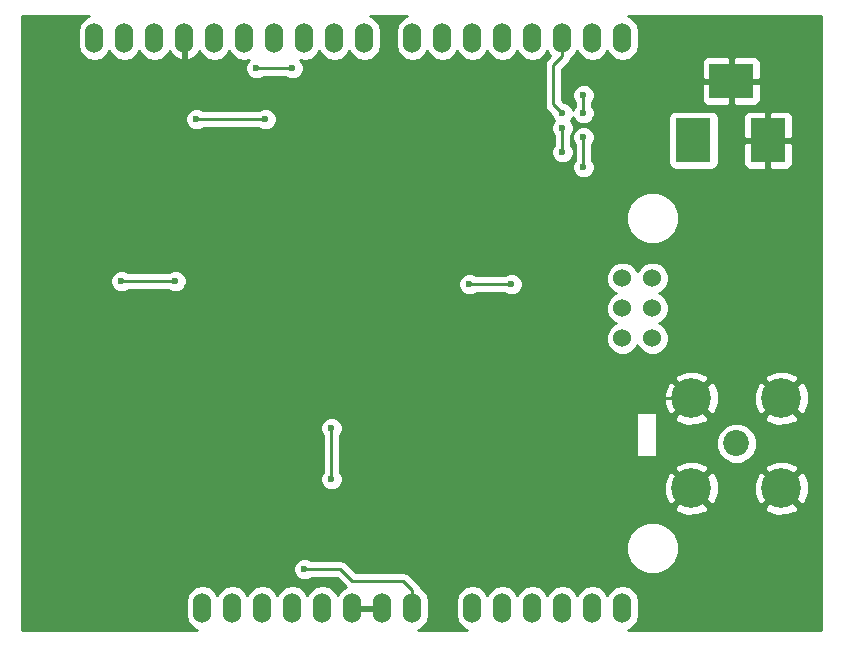
<source format=gbr>
G04 #@! TF.FileFunction,Copper,L2,Bot,Signal*
%FSLAX46Y46*%
G04 Gerber Fmt 4.6, Leading zero omitted, Abs format (unit mm)*
G04 Created by KiCad (PCBNEW 4.80~20160915-) date Sat Nov  5 18:07:46 2016*
%MOMM*%
%LPD*%
G01*
G04 APERTURE LIST*
%ADD10C,0.100000*%
%ADD11C,1.524000*%
%ADD12O,1.524000X2.540000*%
%ADD13C,0.600000*%
%ADD14R,3.000000X3.700000*%
%ADD15R,3.700000X3.000000*%
%ADD16C,2.190000*%
%ADD17C,3.360000*%
%ADD18C,0.250000*%
%ADD19C,0.254000*%
G04 APERTURE END LIST*
D10*
D11*
X168910000Y-101346000D03*
X166370000Y-101346000D03*
X168910000Y-98806000D03*
X166370000Y-98806000D03*
X168910000Y-96266000D03*
X166370000Y-96266000D03*
D12*
X130810000Y-124206000D03*
X133350000Y-124206000D03*
X121666000Y-75946000D03*
X124206000Y-75946000D03*
X140970000Y-124206000D03*
X126746000Y-75946000D03*
X129286000Y-75946000D03*
X131826000Y-75946000D03*
X134366000Y-75946000D03*
X136906000Y-75946000D03*
X139446000Y-75946000D03*
X141986000Y-75946000D03*
X144526000Y-75946000D03*
X148590000Y-75946000D03*
X151130000Y-75946000D03*
X153670000Y-75946000D03*
X156210000Y-75946000D03*
X158750000Y-75946000D03*
X161290000Y-75946000D03*
X163830000Y-75946000D03*
X166370000Y-75946000D03*
X135890000Y-124206000D03*
X138430000Y-124206000D03*
X143510000Y-124206000D03*
X146050000Y-124206000D03*
X148590000Y-124206000D03*
X158750000Y-124206000D03*
X156210000Y-124206000D03*
X153670000Y-124206000D03*
X161290000Y-124206000D03*
X163830000Y-124206000D03*
X166370000Y-124206000D03*
D13*
X123698000Y-107442000D03*
X123190000Y-103632000D03*
X123190000Y-100584000D03*
X124460000Y-91694000D03*
X124460000Y-87884000D03*
X161798000Y-105664000D03*
X157226000Y-114554000D03*
X162306000Y-118364000D03*
X162814000Y-115062000D03*
X155194000Y-107442000D03*
X150876000Y-112014000D03*
X154686000Y-112014000D03*
X152908000Y-108458000D03*
X150114000Y-108458000D03*
X147066000Y-108458000D03*
X143256000Y-114046000D03*
X146304000Y-113538000D03*
X137922000Y-101092000D03*
X137668000Y-103886000D03*
X140208000Y-107950000D03*
X137414000Y-107950000D03*
X137160000Y-114046000D03*
X133858000Y-113538000D03*
X133350000Y-108204000D03*
X133096000Y-104648000D03*
X132842000Y-101346000D03*
X133858000Y-87884000D03*
X131826000Y-87884000D03*
X129540000Y-87884000D03*
X127762000Y-86360000D03*
X128016000Y-82296000D03*
X130048000Y-80010000D03*
X143256000Y-77978000D03*
X143256000Y-80264000D03*
X142494000Y-83312000D03*
X139700000Y-84074000D03*
X136652000Y-84074000D03*
X136398000Y-87122000D03*
X136398000Y-90170000D03*
X136398000Y-93218000D03*
X133096000Y-95250000D03*
X169926000Y-108966000D03*
X166116000Y-108458000D03*
X162814000Y-112014000D03*
X165608000Y-112268000D03*
X167386000Y-112014000D03*
X169418000Y-112014000D03*
X158496000Y-109982000D03*
X166878000Y-106426000D03*
X159460000Y-90982000D03*
X157860000Y-90982000D03*
X156260000Y-90982000D03*
X154660000Y-90982000D03*
X153060000Y-90982000D03*
X151460000Y-90982000D03*
X149860000Y-90982000D03*
X159460000Y-89382000D03*
X157860000Y-89382000D03*
X156260000Y-89382000D03*
X154660000Y-89382000D03*
X153060000Y-89382000D03*
X151460000Y-89382000D03*
X149860000Y-89382000D03*
X159460000Y-87782000D03*
X157860000Y-87782000D03*
X156260000Y-87782000D03*
X154660000Y-87782000D03*
X153060000Y-87782000D03*
X151460000Y-87782000D03*
X149860000Y-87782000D03*
X159460000Y-86182000D03*
X157860000Y-86182000D03*
X156260000Y-86182000D03*
X154660000Y-86182000D03*
X153060000Y-86182000D03*
X151460000Y-86182000D03*
X149860000Y-86182000D03*
X159460000Y-84582000D03*
X157860000Y-84582000D03*
X156260000Y-84582000D03*
X154660000Y-84582000D03*
X153060000Y-84582000D03*
X151460000Y-84582000D03*
D14*
X172382000Y-84582000D03*
D15*
X175582000Y-79582000D03*
D14*
X178682000Y-84582000D03*
D16*
X176022000Y-110236000D03*
D17*
X172212000Y-106426000D03*
X179832000Y-106426000D03*
X179832000Y-114046000D03*
X172212000Y-114046000D03*
D13*
X149860000Y-84582000D03*
X163068000Y-80772000D03*
X163068000Y-82296000D03*
X163068000Y-84328000D03*
X163068000Y-86868000D03*
X128524000Y-96520000D03*
X123952000Y-96520000D03*
X141732000Y-108966000D03*
X141732000Y-113284000D03*
X139446000Y-120904000D03*
X161290000Y-82296000D03*
X161290000Y-83566000D03*
X161290000Y-85598000D03*
X156972000Y-96774000D03*
X153416000Y-96774000D03*
X136144000Y-82804000D03*
X130302000Y-82804000D03*
X138430000Y-78486000D03*
X135382000Y-78486000D03*
D18*
X166878000Y-106426000D02*
X162052000Y-106426000D01*
X162052000Y-106426000D02*
X158496000Y-109982000D01*
X172212000Y-106426000D02*
X166878000Y-106426000D01*
X163068000Y-82296000D02*
X163068000Y-80772000D01*
X163068000Y-86868000D02*
X163068000Y-84328000D01*
X123952000Y-96520000D02*
X128524000Y-96520000D01*
X141732000Y-113284000D02*
X141732000Y-108966000D01*
X148590000Y-122682000D02*
X148590000Y-124206000D01*
X147828000Y-121920000D02*
X148590000Y-122682000D01*
X143510000Y-121920000D02*
X147828000Y-121920000D01*
X142494000Y-120904000D02*
X143510000Y-121920000D01*
X139446000Y-120904000D02*
X142494000Y-120904000D01*
X161290000Y-77470000D02*
X161290000Y-75946000D01*
X160528000Y-78232000D02*
X161290000Y-77470000D01*
X160528000Y-81534000D02*
X160528000Y-78232000D01*
X161290000Y-82296000D02*
X160528000Y-81534000D01*
X161290000Y-85598000D02*
X161290000Y-83566000D01*
X153416000Y-96774000D02*
X156972000Y-96774000D01*
X130302000Y-82804000D02*
X136144000Y-82804000D01*
X135382000Y-78486000D02*
X138430000Y-78486000D01*
D19*
G36*
X121131391Y-74110019D02*
X120678172Y-74412851D01*
X120375340Y-74866070D01*
X120269000Y-75400679D01*
X120269000Y-76491321D01*
X120375340Y-77025930D01*
X120678172Y-77479149D01*
X121131391Y-77781981D01*
X121666000Y-77888321D01*
X122200609Y-77781981D01*
X122653828Y-77479149D01*
X122936000Y-77056850D01*
X123218172Y-77479149D01*
X123671391Y-77781981D01*
X124206000Y-77888321D01*
X124740609Y-77781981D01*
X125193828Y-77479149D01*
X125476000Y-77056850D01*
X125758172Y-77479149D01*
X126211391Y-77781981D01*
X126746000Y-77888321D01*
X127280609Y-77781981D01*
X127733828Y-77479149D01*
X128025330Y-77042887D01*
X128043941Y-77105941D01*
X128387974Y-77531630D01*
X128868723Y-77793260D01*
X128942930Y-77808220D01*
X129159000Y-77685720D01*
X129159000Y-76073000D01*
X129139000Y-76073000D01*
X129139000Y-75819000D01*
X129159000Y-75819000D01*
X129159000Y-75799000D01*
X129413000Y-75799000D01*
X129413000Y-75819000D01*
X129433000Y-75819000D01*
X129433000Y-76073000D01*
X129413000Y-76073000D01*
X129413000Y-77685720D01*
X129629070Y-77808220D01*
X129703277Y-77793260D01*
X130184026Y-77531630D01*
X130528059Y-77105941D01*
X130546670Y-77042887D01*
X130838172Y-77479149D01*
X131291391Y-77781981D01*
X131826000Y-77888321D01*
X132360609Y-77781981D01*
X132813828Y-77479149D01*
X133096000Y-77056850D01*
X133378172Y-77479149D01*
X133831391Y-77781981D01*
X134366000Y-77888321D01*
X134729760Y-77815965D01*
X134589808Y-77955673D01*
X134447162Y-78299201D01*
X134446838Y-78671167D01*
X134588883Y-79014943D01*
X134851673Y-79278192D01*
X135195201Y-79420838D01*
X135567167Y-79421162D01*
X135910943Y-79279117D01*
X135944118Y-79246000D01*
X137867537Y-79246000D01*
X137899673Y-79278192D01*
X138243201Y-79420838D01*
X138615167Y-79421162D01*
X138958943Y-79279117D01*
X139222192Y-79016327D01*
X139364838Y-78672799D01*
X139365162Y-78300833D01*
X139223117Y-77957057D01*
X139082279Y-77815973D01*
X139446000Y-77888321D01*
X139980609Y-77781981D01*
X140433828Y-77479149D01*
X140716000Y-77056850D01*
X140998172Y-77479149D01*
X141451391Y-77781981D01*
X141986000Y-77888321D01*
X142520609Y-77781981D01*
X142973828Y-77479149D01*
X143256000Y-77056850D01*
X143538172Y-77479149D01*
X143991391Y-77781981D01*
X144526000Y-77888321D01*
X145060609Y-77781981D01*
X145513828Y-77479149D01*
X145816660Y-77025930D01*
X145923000Y-76491321D01*
X145923000Y-75400679D01*
X145816660Y-74866070D01*
X145513828Y-74412851D01*
X145060609Y-74110019D01*
X144964994Y-74091000D01*
X148151006Y-74091000D01*
X148055391Y-74110019D01*
X147602172Y-74412851D01*
X147299340Y-74866070D01*
X147193000Y-75400679D01*
X147193000Y-76491321D01*
X147299340Y-77025930D01*
X147602172Y-77479149D01*
X148055391Y-77781981D01*
X148590000Y-77888321D01*
X149124609Y-77781981D01*
X149577828Y-77479149D01*
X149860000Y-77056850D01*
X150142172Y-77479149D01*
X150595391Y-77781981D01*
X151130000Y-77888321D01*
X151664609Y-77781981D01*
X152117828Y-77479149D01*
X152400000Y-77056850D01*
X152682172Y-77479149D01*
X153135391Y-77781981D01*
X153670000Y-77888321D01*
X154204609Y-77781981D01*
X154657828Y-77479149D01*
X154940000Y-77056850D01*
X155222172Y-77479149D01*
X155675391Y-77781981D01*
X156210000Y-77888321D01*
X156744609Y-77781981D01*
X157197828Y-77479149D01*
X157480000Y-77056850D01*
X157762172Y-77479149D01*
X158215391Y-77781981D01*
X158750000Y-77888321D01*
X159284609Y-77781981D01*
X159737828Y-77479149D01*
X160020000Y-77056850D01*
X160263670Y-77421528D01*
X159990599Y-77694599D01*
X159825852Y-77941161D01*
X159768000Y-78232000D01*
X159768000Y-81534000D01*
X159825852Y-81824839D01*
X159990599Y-82071401D01*
X160354878Y-82435680D01*
X160354838Y-82481167D01*
X160496883Y-82824943D01*
X160602710Y-82930954D01*
X160497808Y-83035673D01*
X160355162Y-83379201D01*
X160354838Y-83751167D01*
X160496883Y-84094943D01*
X160530000Y-84128118D01*
X160530000Y-85035537D01*
X160497808Y-85067673D01*
X160355162Y-85411201D01*
X160354838Y-85783167D01*
X160496883Y-86126943D01*
X160759673Y-86390192D01*
X161103201Y-86532838D01*
X161475167Y-86533162D01*
X161818943Y-86391117D01*
X162082192Y-86128327D01*
X162224838Y-85784799D01*
X162225162Y-85412833D01*
X162083117Y-85069057D01*
X162050000Y-85035882D01*
X162050000Y-84513167D01*
X162132838Y-84513167D01*
X162274883Y-84856943D01*
X162308000Y-84890118D01*
X162308000Y-86305537D01*
X162275808Y-86337673D01*
X162133162Y-86681201D01*
X162132838Y-87053167D01*
X162274883Y-87396943D01*
X162537673Y-87660192D01*
X162881201Y-87802838D01*
X163253167Y-87803162D01*
X163596943Y-87661117D01*
X163860192Y-87398327D01*
X164002838Y-87054799D01*
X164003162Y-86682833D01*
X163861117Y-86339057D01*
X163828000Y-86305882D01*
X163828000Y-84890463D01*
X163860192Y-84858327D01*
X164002838Y-84514799D01*
X164003162Y-84142833D01*
X163861117Y-83799057D01*
X163598327Y-83535808D01*
X163254799Y-83393162D01*
X162882833Y-83392838D01*
X162539057Y-83534883D01*
X162275808Y-83797673D01*
X162133162Y-84141201D01*
X162132838Y-84513167D01*
X162050000Y-84513167D01*
X162050000Y-84128463D01*
X162082192Y-84096327D01*
X162224838Y-83752799D01*
X162225162Y-83380833D01*
X162083117Y-83037057D01*
X161977290Y-82931046D01*
X162082192Y-82826327D01*
X162179062Y-82593039D01*
X162274883Y-82824943D01*
X162537673Y-83088192D01*
X162881201Y-83230838D01*
X163253167Y-83231162D01*
X163596943Y-83089117D01*
X163860192Y-82826327D01*
X163899360Y-82732000D01*
X170234560Y-82732000D01*
X170234560Y-86432000D01*
X170283843Y-86679765D01*
X170424191Y-86889809D01*
X170634235Y-87030157D01*
X170882000Y-87079440D01*
X173882000Y-87079440D01*
X174129765Y-87030157D01*
X174339809Y-86889809D01*
X174480157Y-86679765D01*
X174529440Y-86432000D01*
X174529440Y-84867750D01*
X176547000Y-84867750D01*
X176547000Y-86558310D01*
X176643673Y-86791699D01*
X176822302Y-86970327D01*
X177055691Y-87067000D01*
X178396250Y-87067000D01*
X178555000Y-86908250D01*
X178555000Y-84709000D01*
X178809000Y-84709000D01*
X178809000Y-86908250D01*
X178967750Y-87067000D01*
X180308309Y-87067000D01*
X180541698Y-86970327D01*
X180720327Y-86791699D01*
X180817000Y-86558310D01*
X180817000Y-84867750D01*
X180658250Y-84709000D01*
X178809000Y-84709000D01*
X178555000Y-84709000D01*
X176705750Y-84709000D01*
X176547000Y-84867750D01*
X174529440Y-84867750D01*
X174529440Y-82732000D01*
X174504316Y-82605690D01*
X176547000Y-82605690D01*
X176547000Y-84296250D01*
X176705750Y-84455000D01*
X178555000Y-84455000D01*
X178555000Y-82255750D01*
X178809000Y-82255750D01*
X178809000Y-84455000D01*
X180658250Y-84455000D01*
X180817000Y-84296250D01*
X180817000Y-82605690D01*
X180720327Y-82372301D01*
X180541698Y-82193673D01*
X180308309Y-82097000D01*
X178967750Y-82097000D01*
X178809000Y-82255750D01*
X178555000Y-82255750D01*
X178396250Y-82097000D01*
X177055691Y-82097000D01*
X176822302Y-82193673D01*
X176643673Y-82372301D01*
X176547000Y-82605690D01*
X174504316Y-82605690D01*
X174480157Y-82484235D01*
X174339809Y-82274191D01*
X174129765Y-82133843D01*
X173882000Y-82084560D01*
X170882000Y-82084560D01*
X170634235Y-82133843D01*
X170424191Y-82274191D01*
X170283843Y-82484235D01*
X170234560Y-82732000D01*
X163899360Y-82732000D01*
X164002838Y-82482799D01*
X164003162Y-82110833D01*
X163861117Y-81767057D01*
X163828000Y-81733882D01*
X163828000Y-81334463D01*
X163860192Y-81302327D01*
X164002838Y-80958799D01*
X164003162Y-80586833D01*
X163861117Y-80243057D01*
X163598327Y-79979808D01*
X163328463Y-79867750D01*
X173097000Y-79867750D01*
X173097000Y-81208309D01*
X173193673Y-81441698D01*
X173372301Y-81620327D01*
X173605690Y-81717000D01*
X175296250Y-81717000D01*
X175455000Y-81558250D01*
X175455000Y-79709000D01*
X175709000Y-79709000D01*
X175709000Y-81558250D01*
X175867750Y-81717000D01*
X177558310Y-81717000D01*
X177791699Y-81620327D01*
X177970327Y-81441698D01*
X178067000Y-81208309D01*
X178067000Y-79867750D01*
X177908250Y-79709000D01*
X175709000Y-79709000D01*
X175455000Y-79709000D01*
X173255750Y-79709000D01*
X173097000Y-79867750D01*
X163328463Y-79867750D01*
X163254799Y-79837162D01*
X162882833Y-79836838D01*
X162539057Y-79978883D01*
X162275808Y-80241673D01*
X162133162Y-80585201D01*
X162132838Y-80957167D01*
X162274883Y-81300943D01*
X162308000Y-81334118D01*
X162308000Y-81733537D01*
X162275808Y-81765673D01*
X162178938Y-81998961D01*
X162083117Y-81767057D01*
X161820327Y-81503808D01*
X161476799Y-81361162D01*
X161429923Y-81361121D01*
X161288000Y-81219198D01*
X161288000Y-78546802D01*
X161827401Y-78007401D01*
X161861952Y-77955691D01*
X173097000Y-77955691D01*
X173097000Y-79296250D01*
X173255750Y-79455000D01*
X175455000Y-79455000D01*
X175455000Y-77605750D01*
X175709000Y-77605750D01*
X175709000Y-79455000D01*
X177908250Y-79455000D01*
X178067000Y-79296250D01*
X178067000Y-77955691D01*
X177970327Y-77722302D01*
X177791699Y-77543673D01*
X177558310Y-77447000D01*
X175867750Y-77447000D01*
X175709000Y-77605750D01*
X175455000Y-77605750D01*
X175296250Y-77447000D01*
X173605690Y-77447000D01*
X173372301Y-77543673D01*
X173193673Y-77722302D01*
X173097000Y-77955691D01*
X161861952Y-77955691D01*
X161992148Y-77760839D01*
X162012979Y-77656116D01*
X162277828Y-77479149D01*
X162560000Y-77056850D01*
X162842172Y-77479149D01*
X163295391Y-77781981D01*
X163830000Y-77888321D01*
X164364609Y-77781981D01*
X164817828Y-77479149D01*
X165100000Y-77056850D01*
X165382172Y-77479149D01*
X165835391Y-77781981D01*
X166370000Y-77888321D01*
X166904609Y-77781981D01*
X167357828Y-77479149D01*
X167660660Y-77025930D01*
X167767000Y-76491321D01*
X167767000Y-75400679D01*
X167660660Y-74866070D01*
X167357828Y-74412851D01*
X166904609Y-74110019D01*
X166808994Y-74091000D01*
X183211000Y-74091000D01*
X183211000Y-126061000D01*
X166808994Y-126061000D01*
X166904609Y-126041981D01*
X167357828Y-125739149D01*
X167660660Y-125285930D01*
X167767000Y-124751321D01*
X167767000Y-123660679D01*
X167660660Y-123126070D01*
X167357828Y-122672851D01*
X166904609Y-122370019D01*
X166370000Y-122263679D01*
X165835391Y-122370019D01*
X165382172Y-122672851D01*
X165100000Y-123095150D01*
X164817828Y-122672851D01*
X164364609Y-122370019D01*
X163830000Y-122263679D01*
X163295391Y-122370019D01*
X162842172Y-122672851D01*
X162560000Y-123095150D01*
X162277828Y-122672851D01*
X161824609Y-122370019D01*
X161290000Y-122263679D01*
X160755391Y-122370019D01*
X160302172Y-122672851D01*
X160020000Y-123095150D01*
X159737828Y-122672851D01*
X159284609Y-122370019D01*
X158750000Y-122263679D01*
X158215391Y-122370019D01*
X157762172Y-122672851D01*
X157480000Y-123095150D01*
X157197828Y-122672851D01*
X156744609Y-122370019D01*
X156210000Y-122263679D01*
X155675391Y-122370019D01*
X155222172Y-122672851D01*
X154940000Y-123095150D01*
X154657828Y-122672851D01*
X154204609Y-122370019D01*
X153670000Y-122263679D01*
X153135391Y-122370019D01*
X152682172Y-122672851D01*
X152379340Y-123126070D01*
X152273000Y-123660679D01*
X152273000Y-124751321D01*
X152379340Y-125285930D01*
X152682172Y-125739149D01*
X153135391Y-126041981D01*
X153231006Y-126061000D01*
X149028994Y-126061000D01*
X149124609Y-126041981D01*
X149577828Y-125739149D01*
X149880660Y-125285930D01*
X149987000Y-124751321D01*
X149987000Y-123660679D01*
X149880660Y-123126070D01*
X149577828Y-122672851D01*
X149312979Y-122495884D01*
X149292148Y-122391161D01*
X149127401Y-122144599D01*
X148365401Y-121382599D01*
X148118839Y-121217852D01*
X147828000Y-121160000D01*
X143824802Y-121160000D01*
X143031401Y-120366599D01*
X142784839Y-120201852D01*
X142494000Y-120144000D01*
X140008463Y-120144000D01*
X139976327Y-120111808D01*
X139632799Y-119969162D01*
X139260833Y-119968838D01*
X138917057Y-120110883D01*
X138653808Y-120373673D01*
X138511162Y-120717201D01*
X138510838Y-121089167D01*
X138652883Y-121432943D01*
X138915673Y-121696192D01*
X139259201Y-121838838D01*
X139631167Y-121839162D01*
X139974943Y-121697117D01*
X140008118Y-121664000D01*
X142179198Y-121664000D01*
X142951042Y-122435844D01*
X142611974Y-122620370D01*
X142267941Y-123046059D01*
X142249330Y-123109113D01*
X141957828Y-122672851D01*
X141504609Y-122370019D01*
X140970000Y-122263679D01*
X140435391Y-122370019D01*
X139982172Y-122672851D01*
X139700000Y-123095150D01*
X139417828Y-122672851D01*
X138964609Y-122370019D01*
X138430000Y-122263679D01*
X137895391Y-122370019D01*
X137442172Y-122672851D01*
X137160000Y-123095150D01*
X136877828Y-122672851D01*
X136424609Y-122370019D01*
X135890000Y-122263679D01*
X135355391Y-122370019D01*
X134902172Y-122672851D01*
X134620000Y-123095150D01*
X134337828Y-122672851D01*
X133884609Y-122370019D01*
X133350000Y-122263679D01*
X132815391Y-122370019D01*
X132362172Y-122672851D01*
X132080000Y-123095150D01*
X131797828Y-122672851D01*
X131344609Y-122370019D01*
X130810000Y-122263679D01*
X130275391Y-122370019D01*
X129822172Y-122672851D01*
X129519340Y-123126070D01*
X129413000Y-123660679D01*
X129413000Y-124751321D01*
X129519340Y-125285930D01*
X129822172Y-125739149D01*
X130275391Y-126041981D01*
X130371006Y-126061000D01*
X115493000Y-126061000D01*
X115493000Y-119566143D01*
X166687115Y-119566143D01*
X167024758Y-120383300D01*
X167649411Y-121009045D01*
X168465978Y-121348113D01*
X169350143Y-121348885D01*
X170167300Y-121011242D01*
X170793045Y-120386589D01*
X171132113Y-119570022D01*
X171132885Y-118685857D01*
X170795242Y-117868700D01*
X170170589Y-117242955D01*
X169354022Y-116903887D01*
X168469857Y-116903115D01*
X167652700Y-117240758D01*
X167026955Y-117865411D01*
X166687887Y-118681978D01*
X166687115Y-119566143D01*
X115493000Y-119566143D01*
X115493000Y-115689979D01*
X170747626Y-115689979D01*
X170929373Y-116027449D01*
X171785275Y-116367460D01*
X172706142Y-116354050D01*
X173494627Y-116027449D01*
X173676374Y-115689979D01*
X178367626Y-115689979D01*
X178549373Y-116027449D01*
X179405275Y-116367460D01*
X180326142Y-116354050D01*
X181114627Y-116027449D01*
X181296374Y-115689979D01*
X179832000Y-114225605D01*
X178367626Y-115689979D01*
X173676374Y-115689979D01*
X172212000Y-114225605D01*
X170747626Y-115689979D01*
X115493000Y-115689979D01*
X115493000Y-109151167D01*
X140796838Y-109151167D01*
X140938883Y-109494943D01*
X140972000Y-109528118D01*
X140972000Y-112721537D01*
X140939808Y-112753673D01*
X140797162Y-113097201D01*
X140796838Y-113469167D01*
X140938883Y-113812943D01*
X141201673Y-114076192D01*
X141545201Y-114218838D01*
X141917167Y-114219162D01*
X142260943Y-114077117D01*
X142524192Y-113814327D01*
X142605185Y-113619275D01*
X169890540Y-113619275D01*
X169903950Y-114540142D01*
X170230551Y-115328627D01*
X170568021Y-115510374D01*
X172032395Y-114046000D01*
X172391605Y-114046000D01*
X173855979Y-115510374D01*
X174193449Y-115328627D01*
X174533460Y-114472725D01*
X174521032Y-113619275D01*
X177510540Y-113619275D01*
X177523950Y-114540142D01*
X177850551Y-115328627D01*
X178188021Y-115510374D01*
X179652395Y-114046000D01*
X180011605Y-114046000D01*
X181475979Y-115510374D01*
X181813449Y-115328627D01*
X182153460Y-114472725D01*
X182140050Y-113551858D01*
X181813449Y-112763373D01*
X181475979Y-112581626D01*
X180011605Y-114046000D01*
X179652395Y-114046000D01*
X178188021Y-112581626D01*
X177850551Y-112763373D01*
X177510540Y-113619275D01*
X174521032Y-113619275D01*
X174520050Y-113551858D01*
X174193449Y-112763373D01*
X173855979Y-112581626D01*
X172391605Y-114046000D01*
X172032395Y-114046000D01*
X170568021Y-112581626D01*
X170230551Y-112763373D01*
X169890540Y-113619275D01*
X142605185Y-113619275D01*
X142666838Y-113470799D01*
X142667162Y-113098833D01*
X142525117Y-112755057D01*
X142492000Y-112721882D01*
X142492000Y-112402021D01*
X170747626Y-112402021D01*
X172212000Y-113866395D01*
X173676374Y-112402021D01*
X178367626Y-112402021D01*
X179832000Y-113866395D01*
X181296374Y-112402021D01*
X181114627Y-112064551D01*
X180258725Y-111724540D01*
X179337858Y-111737950D01*
X178549373Y-112064551D01*
X178367626Y-112402021D01*
X173676374Y-112402021D01*
X173494627Y-112064551D01*
X172638725Y-111724540D01*
X171717858Y-111737950D01*
X170929373Y-112064551D01*
X170747626Y-112402021D01*
X142492000Y-112402021D01*
X142492000Y-109528463D01*
X142524192Y-109496327D01*
X142666838Y-109152799D01*
X142667162Y-108780833D01*
X142525117Y-108437057D01*
X142262327Y-108173808D01*
X141918799Y-108031162D01*
X141546833Y-108030838D01*
X141203057Y-108172883D01*
X140939808Y-108435673D01*
X140797162Y-108779201D01*
X140796838Y-109151167D01*
X115493000Y-109151167D01*
X115493000Y-107696000D01*
X167513000Y-107696000D01*
X167513000Y-111252000D01*
X167522667Y-111300601D01*
X167550197Y-111341803D01*
X167591399Y-111369333D01*
X167640000Y-111379000D01*
X169164000Y-111379000D01*
X169212601Y-111369333D01*
X169253803Y-111341803D01*
X169281333Y-111300601D01*
X169291000Y-111252000D01*
X169291000Y-110578609D01*
X174291700Y-110578609D01*
X174554522Y-111214686D01*
X175040754Y-111701768D01*
X175676372Y-111965699D01*
X176364609Y-111966300D01*
X177000686Y-111703478D01*
X177487768Y-111217246D01*
X177751699Y-110581628D01*
X177752300Y-109893391D01*
X177489478Y-109257314D01*
X177003246Y-108770232D01*
X176367628Y-108506301D01*
X175679391Y-108505700D01*
X175043314Y-108768522D01*
X174556232Y-109254754D01*
X174292301Y-109890372D01*
X174291700Y-110578609D01*
X169291000Y-110578609D01*
X169291000Y-108069979D01*
X170747626Y-108069979D01*
X170929373Y-108407449D01*
X171785275Y-108747460D01*
X172706142Y-108734050D01*
X173494627Y-108407449D01*
X173676374Y-108069979D01*
X178367626Y-108069979D01*
X178549373Y-108407449D01*
X179405275Y-108747460D01*
X180326142Y-108734050D01*
X181114627Y-108407449D01*
X181296374Y-108069979D01*
X179832000Y-106605605D01*
X178367626Y-108069979D01*
X173676374Y-108069979D01*
X172212000Y-106605605D01*
X170747626Y-108069979D01*
X169291000Y-108069979D01*
X169291000Y-107696000D01*
X169281333Y-107647399D01*
X169253803Y-107606197D01*
X169212601Y-107578667D01*
X169164000Y-107569000D01*
X167640000Y-107569000D01*
X167591399Y-107578667D01*
X167550197Y-107606197D01*
X167522667Y-107647399D01*
X167513000Y-107696000D01*
X115493000Y-107696000D01*
X115493000Y-105999275D01*
X169890540Y-105999275D01*
X169903950Y-106920142D01*
X170230551Y-107708627D01*
X170568021Y-107890374D01*
X172032395Y-106426000D01*
X172391605Y-106426000D01*
X173855979Y-107890374D01*
X174193449Y-107708627D01*
X174533460Y-106852725D01*
X174521032Y-105999275D01*
X177510540Y-105999275D01*
X177523950Y-106920142D01*
X177850551Y-107708627D01*
X178188021Y-107890374D01*
X179652395Y-106426000D01*
X180011605Y-106426000D01*
X181475979Y-107890374D01*
X181813449Y-107708627D01*
X182153460Y-106852725D01*
X182140050Y-105931858D01*
X181813449Y-105143373D01*
X181475979Y-104961626D01*
X180011605Y-106426000D01*
X179652395Y-106426000D01*
X178188021Y-104961626D01*
X177850551Y-105143373D01*
X177510540Y-105999275D01*
X174521032Y-105999275D01*
X174520050Y-105931858D01*
X174193449Y-105143373D01*
X173855979Y-104961626D01*
X172391605Y-106426000D01*
X172032395Y-106426000D01*
X170568021Y-104961626D01*
X170230551Y-105143373D01*
X169890540Y-105999275D01*
X115493000Y-105999275D01*
X115493000Y-104782021D01*
X170747626Y-104782021D01*
X172212000Y-106246395D01*
X173676374Y-104782021D01*
X178367626Y-104782021D01*
X179832000Y-106246395D01*
X181296374Y-104782021D01*
X181114627Y-104444551D01*
X180258725Y-104104540D01*
X179337858Y-104117950D01*
X178549373Y-104444551D01*
X178367626Y-104782021D01*
X173676374Y-104782021D01*
X173494627Y-104444551D01*
X172638725Y-104104540D01*
X171717858Y-104117950D01*
X170929373Y-104444551D01*
X170747626Y-104782021D01*
X115493000Y-104782021D01*
X115493000Y-96705167D01*
X123016838Y-96705167D01*
X123158883Y-97048943D01*
X123421673Y-97312192D01*
X123765201Y-97454838D01*
X124137167Y-97455162D01*
X124480943Y-97313117D01*
X124514118Y-97280000D01*
X127961537Y-97280000D01*
X127993673Y-97312192D01*
X128337201Y-97454838D01*
X128709167Y-97455162D01*
X129052943Y-97313117D01*
X129316192Y-97050327D01*
X129354045Y-96959167D01*
X152480838Y-96959167D01*
X152622883Y-97302943D01*
X152885673Y-97566192D01*
X153229201Y-97708838D01*
X153601167Y-97709162D01*
X153944943Y-97567117D01*
X153978118Y-97534000D01*
X156409537Y-97534000D01*
X156441673Y-97566192D01*
X156785201Y-97708838D01*
X157157167Y-97709162D01*
X157500943Y-97567117D01*
X157764192Y-97304327D01*
X157906838Y-96960799D01*
X157907162Y-96588833D01*
X157888085Y-96542661D01*
X164972758Y-96542661D01*
X165184990Y-97056303D01*
X165577630Y-97449629D01*
X165785512Y-97535949D01*
X165579697Y-97620990D01*
X165186371Y-98013630D01*
X164973243Y-98526900D01*
X164972758Y-99082661D01*
X165184990Y-99596303D01*
X165577630Y-99989629D01*
X165785512Y-100075949D01*
X165579697Y-100160990D01*
X165186371Y-100553630D01*
X164973243Y-101066900D01*
X164972758Y-101622661D01*
X165184990Y-102136303D01*
X165577630Y-102529629D01*
X166090900Y-102742757D01*
X166646661Y-102743242D01*
X167160303Y-102531010D01*
X167553629Y-102138370D01*
X167639949Y-101930488D01*
X167724990Y-102136303D01*
X168117630Y-102529629D01*
X168630900Y-102742757D01*
X169186661Y-102743242D01*
X169700303Y-102531010D01*
X170093629Y-102138370D01*
X170306757Y-101625100D01*
X170307242Y-101069339D01*
X170095010Y-100555697D01*
X169702370Y-100162371D01*
X169494488Y-100076051D01*
X169700303Y-99991010D01*
X170093629Y-99598370D01*
X170306757Y-99085100D01*
X170307242Y-98529339D01*
X170095010Y-98015697D01*
X169702370Y-97622371D01*
X169494488Y-97536051D01*
X169700303Y-97451010D01*
X170093629Y-97058370D01*
X170306757Y-96545100D01*
X170307242Y-95989339D01*
X170095010Y-95475697D01*
X169702370Y-95082371D01*
X169189100Y-94869243D01*
X168633339Y-94868758D01*
X168119697Y-95080990D01*
X167726371Y-95473630D01*
X167640051Y-95681512D01*
X167555010Y-95475697D01*
X167162370Y-95082371D01*
X166649100Y-94869243D01*
X166093339Y-94868758D01*
X165579697Y-95080990D01*
X165186371Y-95473630D01*
X164973243Y-95986900D01*
X164972758Y-96542661D01*
X157888085Y-96542661D01*
X157765117Y-96245057D01*
X157502327Y-95981808D01*
X157158799Y-95839162D01*
X156786833Y-95838838D01*
X156443057Y-95980883D01*
X156409882Y-96014000D01*
X153978463Y-96014000D01*
X153946327Y-95981808D01*
X153602799Y-95839162D01*
X153230833Y-95838838D01*
X152887057Y-95980883D01*
X152623808Y-96243673D01*
X152481162Y-96587201D01*
X152480838Y-96959167D01*
X129354045Y-96959167D01*
X129458838Y-96706799D01*
X129459162Y-96334833D01*
X129317117Y-95991057D01*
X129054327Y-95727808D01*
X128710799Y-95585162D01*
X128338833Y-95584838D01*
X127995057Y-95726883D01*
X127961882Y-95760000D01*
X124514463Y-95760000D01*
X124482327Y-95727808D01*
X124138799Y-95585162D01*
X123766833Y-95584838D01*
X123423057Y-95726883D01*
X123159808Y-95989673D01*
X123017162Y-96333201D01*
X123016838Y-96705167D01*
X115493000Y-96705167D01*
X115493000Y-91626143D01*
X166687115Y-91626143D01*
X167024758Y-92443300D01*
X167649411Y-93069045D01*
X168465978Y-93408113D01*
X169350143Y-93408885D01*
X170167300Y-93071242D01*
X170793045Y-92446589D01*
X171132113Y-91630022D01*
X171132885Y-90745857D01*
X170795242Y-89928700D01*
X170170589Y-89302955D01*
X169354022Y-88963887D01*
X168469857Y-88963115D01*
X167652700Y-89300758D01*
X167026955Y-89925411D01*
X166687887Y-90741978D01*
X166687115Y-91626143D01*
X115493000Y-91626143D01*
X115493000Y-82989167D01*
X129366838Y-82989167D01*
X129508883Y-83332943D01*
X129771673Y-83596192D01*
X130115201Y-83738838D01*
X130487167Y-83739162D01*
X130830943Y-83597117D01*
X130864118Y-83564000D01*
X135581537Y-83564000D01*
X135613673Y-83596192D01*
X135957201Y-83738838D01*
X136329167Y-83739162D01*
X136672943Y-83597117D01*
X136936192Y-83334327D01*
X137078838Y-82990799D01*
X137079162Y-82618833D01*
X136937117Y-82275057D01*
X136674327Y-82011808D01*
X136330799Y-81869162D01*
X135958833Y-81868838D01*
X135615057Y-82010883D01*
X135581882Y-82044000D01*
X130864463Y-82044000D01*
X130832327Y-82011808D01*
X130488799Y-81869162D01*
X130116833Y-81868838D01*
X129773057Y-82010883D01*
X129509808Y-82273673D01*
X129367162Y-82617201D01*
X129366838Y-82989167D01*
X115493000Y-82989167D01*
X115493000Y-74091000D01*
X121227006Y-74091000D01*
X121131391Y-74110019D01*
X121131391Y-74110019D01*
G37*
X121131391Y-74110019D02*
X120678172Y-74412851D01*
X120375340Y-74866070D01*
X120269000Y-75400679D01*
X120269000Y-76491321D01*
X120375340Y-77025930D01*
X120678172Y-77479149D01*
X121131391Y-77781981D01*
X121666000Y-77888321D01*
X122200609Y-77781981D01*
X122653828Y-77479149D01*
X122936000Y-77056850D01*
X123218172Y-77479149D01*
X123671391Y-77781981D01*
X124206000Y-77888321D01*
X124740609Y-77781981D01*
X125193828Y-77479149D01*
X125476000Y-77056850D01*
X125758172Y-77479149D01*
X126211391Y-77781981D01*
X126746000Y-77888321D01*
X127280609Y-77781981D01*
X127733828Y-77479149D01*
X128025330Y-77042887D01*
X128043941Y-77105941D01*
X128387974Y-77531630D01*
X128868723Y-77793260D01*
X128942930Y-77808220D01*
X129159000Y-77685720D01*
X129159000Y-76073000D01*
X129139000Y-76073000D01*
X129139000Y-75819000D01*
X129159000Y-75819000D01*
X129159000Y-75799000D01*
X129413000Y-75799000D01*
X129413000Y-75819000D01*
X129433000Y-75819000D01*
X129433000Y-76073000D01*
X129413000Y-76073000D01*
X129413000Y-77685720D01*
X129629070Y-77808220D01*
X129703277Y-77793260D01*
X130184026Y-77531630D01*
X130528059Y-77105941D01*
X130546670Y-77042887D01*
X130838172Y-77479149D01*
X131291391Y-77781981D01*
X131826000Y-77888321D01*
X132360609Y-77781981D01*
X132813828Y-77479149D01*
X133096000Y-77056850D01*
X133378172Y-77479149D01*
X133831391Y-77781981D01*
X134366000Y-77888321D01*
X134729760Y-77815965D01*
X134589808Y-77955673D01*
X134447162Y-78299201D01*
X134446838Y-78671167D01*
X134588883Y-79014943D01*
X134851673Y-79278192D01*
X135195201Y-79420838D01*
X135567167Y-79421162D01*
X135910943Y-79279117D01*
X135944118Y-79246000D01*
X137867537Y-79246000D01*
X137899673Y-79278192D01*
X138243201Y-79420838D01*
X138615167Y-79421162D01*
X138958943Y-79279117D01*
X139222192Y-79016327D01*
X139364838Y-78672799D01*
X139365162Y-78300833D01*
X139223117Y-77957057D01*
X139082279Y-77815973D01*
X139446000Y-77888321D01*
X139980609Y-77781981D01*
X140433828Y-77479149D01*
X140716000Y-77056850D01*
X140998172Y-77479149D01*
X141451391Y-77781981D01*
X141986000Y-77888321D01*
X142520609Y-77781981D01*
X142973828Y-77479149D01*
X143256000Y-77056850D01*
X143538172Y-77479149D01*
X143991391Y-77781981D01*
X144526000Y-77888321D01*
X145060609Y-77781981D01*
X145513828Y-77479149D01*
X145816660Y-77025930D01*
X145923000Y-76491321D01*
X145923000Y-75400679D01*
X145816660Y-74866070D01*
X145513828Y-74412851D01*
X145060609Y-74110019D01*
X144964994Y-74091000D01*
X148151006Y-74091000D01*
X148055391Y-74110019D01*
X147602172Y-74412851D01*
X147299340Y-74866070D01*
X147193000Y-75400679D01*
X147193000Y-76491321D01*
X147299340Y-77025930D01*
X147602172Y-77479149D01*
X148055391Y-77781981D01*
X148590000Y-77888321D01*
X149124609Y-77781981D01*
X149577828Y-77479149D01*
X149860000Y-77056850D01*
X150142172Y-77479149D01*
X150595391Y-77781981D01*
X151130000Y-77888321D01*
X151664609Y-77781981D01*
X152117828Y-77479149D01*
X152400000Y-77056850D01*
X152682172Y-77479149D01*
X153135391Y-77781981D01*
X153670000Y-77888321D01*
X154204609Y-77781981D01*
X154657828Y-77479149D01*
X154940000Y-77056850D01*
X155222172Y-77479149D01*
X155675391Y-77781981D01*
X156210000Y-77888321D01*
X156744609Y-77781981D01*
X157197828Y-77479149D01*
X157480000Y-77056850D01*
X157762172Y-77479149D01*
X158215391Y-77781981D01*
X158750000Y-77888321D01*
X159284609Y-77781981D01*
X159737828Y-77479149D01*
X160020000Y-77056850D01*
X160263670Y-77421528D01*
X159990599Y-77694599D01*
X159825852Y-77941161D01*
X159768000Y-78232000D01*
X159768000Y-81534000D01*
X159825852Y-81824839D01*
X159990599Y-82071401D01*
X160354878Y-82435680D01*
X160354838Y-82481167D01*
X160496883Y-82824943D01*
X160602710Y-82930954D01*
X160497808Y-83035673D01*
X160355162Y-83379201D01*
X160354838Y-83751167D01*
X160496883Y-84094943D01*
X160530000Y-84128118D01*
X160530000Y-85035537D01*
X160497808Y-85067673D01*
X160355162Y-85411201D01*
X160354838Y-85783167D01*
X160496883Y-86126943D01*
X160759673Y-86390192D01*
X161103201Y-86532838D01*
X161475167Y-86533162D01*
X161818943Y-86391117D01*
X162082192Y-86128327D01*
X162224838Y-85784799D01*
X162225162Y-85412833D01*
X162083117Y-85069057D01*
X162050000Y-85035882D01*
X162050000Y-84513167D01*
X162132838Y-84513167D01*
X162274883Y-84856943D01*
X162308000Y-84890118D01*
X162308000Y-86305537D01*
X162275808Y-86337673D01*
X162133162Y-86681201D01*
X162132838Y-87053167D01*
X162274883Y-87396943D01*
X162537673Y-87660192D01*
X162881201Y-87802838D01*
X163253167Y-87803162D01*
X163596943Y-87661117D01*
X163860192Y-87398327D01*
X164002838Y-87054799D01*
X164003162Y-86682833D01*
X163861117Y-86339057D01*
X163828000Y-86305882D01*
X163828000Y-84890463D01*
X163860192Y-84858327D01*
X164002838Y-84514799D01*
X164003162Y-84142833D01*
X163861117Y-83799057D01*
X163598327Y-83535808D01*
X163254799Y-83393162D01*
X162882833Y-83392838D01*
X162539057Y-83534883D01*
X162275808Y-83797673D01*
X162133162Y-84141201D01*
X162132838Y-84513167D01*
X162050000Y-84513167D01*
X162050000Y-84128463D01*
X162082192Y-84096327D01*
X162224838Y-83752799D01*
X162225162Y-83380833D01*
X162083117Y-83037057D01*
X161977290Y-82931046D01*
X162082192Y-82826327D01*
X162179062Y-82593039D01*
X162274883Y-82824943D01*
X162537673Y-83088192D01*
X162881201Y-83230838D01*
X163253167Y-83231162D01*
X163596943Y-83089117D01*
X163860192Y-82826327D01*
X163899360Y-82732000D01*
X170234560Y-82732000D01*
X170234560Y-86432000D01*
X170283843Y-86679765D01*
X170424191Y-86889809D01*
X170634235Y-87030157D01*
X170882000Y-87079440D01*
X173882000Y-87079440D01*
X174129765Y-87030157D01*
X174339809Y-86889809D01*
X174480157Y-86679765D01*
X174529440Y-86432000D01*
X174529440Y-84867750D01*
X176547000Y-84867750D01*
X176547000Y-86558310D01*
X176643673Y-86791699D01*
X176822302Y-86970327D01*
X177055691Y-87067000D01*
X178396250Y-87067000D01*
X178555000Y-86908250D01*
X178555000Y-84709000D01*
X178809000Y-84709000D01*
X178809000Y-86908250D01*
X178967750Y-87067000D01*
X180308309Y-87067000D01*
X180541698Y-86970327D01*
X180720327Y-86791699D01*
X180817000Y-86558310D01*
X180817000Y-84867750D01*
X180658250Y-84709000D01*
X178809000Y-84709000D01*
X178555000Y-84709000D01*
X176705750Y-84709000D01*
X176547000Y-84867750D01*
X174529440Y-84867750D01*
X174529440Y-82732000D01*
X174504316Y-82605690D01*
X176547000Y-82605690D01*
X176547000Y-84296250D01*
X176705750Y-84455000D01*
X178555000Y-84455000D01*
X178555000Y-82255750D01*
X178809000Y-82255750D01*
X178809000Y-84455000D01*
X180658250Y-84455000D01*
X180817000Y-84296250D01*
X180817000Y-82605690D01*
X180720327Y-82372301D01*
X180541698Y-82193673D01*
X180308309Y-82097000D01*
X178967750Y-82097000D01*
X178809000Y-82255750D01*
X178555000Y-82255750D01*
X178396250Y-82097000D01*
X177055691Y-82097000D01*
X176822302Y-82193673D01*
X176643673Y-82372301D01*
X176547000Y-82605690D01*
X174504316Y-82605690D01*
X174480157Y-82484235D01*
X174339809Y-82274191D01*
X174129765Y-82133843D01*
X173882000Y-82084560D01*
X170882000Y-82084560D01*
X170634235Y-82133843D01*
X170424191Y-82274191D01*
X170283843Y-82484235D01*
X170234560Y-82732000D01*
X163899360Y-82732000D01*
X164002838Y-82482799D01*
X164003162Y-82110833D01*
X163861117Y-81767057D01*
X163828000Y-81733882D01*
X163828000Y-81334463D01*
X163860192Y-81302327D01*
X164002838Y-80958799D01*
X164003162Y-80586833D01*
X163861117Y-80243057D01*
X163598327Y-79979808D01*
X163328463Y-79867750D01*
X173097000Y-79867750D01*
X173097000Y-81208309D01*
X173193673Y-81441698D01*
X173372301Y-81620327D01*
X173605690Y-81717000D01*
X175296250Y-81717000D01*
X175455000Y-81558250D01*
X175455000Y-79709000D01*
X175709000Y-79709000D01*
X175709000Y-81558250D01*
X175867750Y-81717000D01*
X177558310Y-81717000D01*
X177791699Y-81620327D01*
X177970327Y-81441698D01*
X178067000Y-81208309D01*
X178067000Y-79867750D01*
X177908250Y-79709000D01*
X175709000Y-79709000D01*
X175455000Y-79709000D01*
X173255750Y-79709000D01*
X173097000Y-79867750D01*
X163328463Y-79867750D01*
X163254799Y-79837162D01*
X162882833Y-79836838D01*
X162539057Y-79978883D01*
X162275808Y-80241673D01*
X162133162Y-80585201D01*
X162132838Y-80957167D01*
X162274883Y-81300943D01*
X162308000Y-81334118D01*
X162308000Y-81733537D01*
X162275808Y-81765673D01*
X162178938Y-81998961D01*
X162083117Y-81767057D01*
X161820327Y-81503808D01*
X161476799Y-81361162D01*
X161429923Y-81361121D01*
X161288000Y-81219198D01*
X161288000Y-78546802D01*
X161827401Y-78007401D01*
X161861952Y-77955691D01*
X173097000Y-77955691D01*
X173097000Y-79296250D01*
X173255750Y-79455000D01*
X175455000Y-79455000D01*
X175455000Y-77605750D01*
X175709000Y-77605750D01*
X175709000Y-79455000D01*
X177908250Y-79455000D01*
X178067000Y-79296250D01*
X178067000Y-77955691D01*
X177970327Y-77722302D01*
X177791699Y-77543673D01*
X177558310Y-77447000D01*
X175867750Y-77447000D01*
X175709000Y-77605750D01*
X175455000Y-77605750D01*
X175296250Y-77447000D01*
X173605690Y-77447000D01*
X173372301Y-77543673D01*
X173193673Y-77722302D01*
X173097000Y-77955691D01*
X161861952Y-77955691D01*
X161992148Y-77760839D01*
X162012979Y-77656116D01*
X162277828Y-77479149D01*
X162560000Y-77056850D01*
X162842172Y-77479149D01*
X163295391Y-77781981D01*
X163830000Y-77888321D01*
X164364609Y-77781981D01*
X164817828Y-77479149D01*
X165100000Y-77056850D01*
X165382172Y-77479149D01*
X165835391Y-77781981D01*
X166370000Y-77888321D01*
X166904609Y-77781981D01*
X167357828Y-77479149D01*
X167660660Y-77025930D01*
X167767000Y-76491321D01*
X167767000Y-75400679D01*
X167660660Y-74866070D01*
X167357828Y-74412851D01*
X166904609Y-74110019D01*
X166808994Y-74091000D01*
X183211000Y-74091000D01*
X183211000Y-126061000D01*
X166808994Y-126061000D01*
X166904609Y-126041981D01*
X167357828Y-125739149D01*
X167660660Y-125285930D01*
X167767000Y-124751321D01*
X167767000Y-123660679D01*
X167660660Y-123126070D01*
X167357828Y-122672851D01*
X166904609Y-122370019D01*
X166370000Y-122263679D01*
X165835391Y-122370019D01*
X165382172Y-122672851D01*
X165100000Y-123095150D01*
X164817828Y-122672851D01*
X164364609Y-122370019D01*
X163830000Y-122263679D01*
X163295391Y-122370019D01*
X162842172Y-122672851D01*
X162560000Y-123095150D01*
X162277828Y-122672851D01*
X161824609Y-122370019D01*
X161290000Y-122263679D01*
X160755391Y-122370019D01*
X160302172Y-122672851D01*
X160020000Y-123095150D01*
X159737828Y-122672851D01*
X159284609Y-122370019D01*
X158750000Y-122263679D01*
X158215391Y-122370019D01*
X157762172Y-122672851D01*
X157480000Y-123095150D01*
X157197828Y-122672851D01*
X156744609Y-122370019D01*
X156210000Y-122263679D01*
X155675391Y-122370019D01*
X155222172Y-122672851D01*
X154940000Y-123095150D01*
X154657828Y-122672851D01*
X154204609Y-122370019D01*
X153670000Y-122263679D01*
X153135391Y-122370019D01*
X152682172Y-122672851D01*
X152379340Y-123126070D01*
X152273000Y-123660679D01*
X152273000Y-124751321D01*
X152379340Y-125285930D01*
X152682172Y-125739149D01*
X153135391Y-126041981D01*
X153231006Y-126061000D01*
X149028994Y-126061000D01*
X149124609Y-126041981D01*
X149577828Y-125739149D01*
X149880660Y-125285930D01*
X149987000Y-124751321D01*
X149987000Y-123660679D01*
X149880660Y-123126070D01*
X149577828Y-122672851D01*
X149312979Y-122495884D01*
X149292148Y-122391161D01*
X149127401Y-122144599D01*
X148365401Y-121382599D01*
X148118839Y-121217852D01*
X147828000Y-121160000D01*
X143824802Y-121160000D01*
X143031401Y-120366599D01*
X142784839Y-120201852D01*
X142494000Y-120144000D01*
X140008463Y-120144000D01*
X139976327Y-120111808D01*
X139632799Y-119969162D01*
X139260833Y-119968838D01*
X138917057Y-120110883D01*
X138653808Y-120373673D01*
X138511162Y-120717201D01*
X138510838Y-121089167D01*
X138652883Y-121432943D01*
X138915673Y-121696192D01*
X139259201Y-121838838D01*
X139631167Y-121839162D01*
X139974943Y-121697117D01*
X140008118Y-121664000D01*
X142179198Y-121664000D01*
X142951042Y-122435844D01*
X142611974Y-122620370D01*
X142267941Y-123046059D01*
X142249330Y-123109113D01*
X141957828Y-122672851D01*
X141504609Y-122370019D01*
X140970000Y-122263679D01*
X140435391Y-122370019D01*
X139982172Y-122672851D01*
X139700000Y-123095150D01*
X139417828Y-122672851D01*
X138964609Y-122370019D01*
X138430000Y-122263679D01*
X137895391Y-122370019D01*
X137442172Y-122672851D01*
X137160000Y-123095150D01*
X136877828Y-122672851D01*
X136424609Y-122370019D01*
X135890000Y-122263679D01*
X135355391Y-122370019D01*
X134902172Y-122672851D01*
X134620000Y-123095150D01*
X134337828Y-122672851D01*
X133884609Y-122370019D01*
X133350000Y-122263679D01*
X132815391Y-122370019D01*
X132362172Y-122672851D01*
X132080000Y-123095150D01*
X131797828Y-122672851D01*
X131344609Y-122370019D01*
X130810000Y-122263679D01*
X130275391Y-122370019D01*
X129822172Y-122672851D01*
X129519340Y-123126070D01*
X129413000Y-123660679D01*
X129413000Y-124751321D01*
X129519340Y-125285930D01*
X129822172Y-125739149D01*
X130275391Y-126041981D01*
X130371006Y-126061000D01*
X115493000Y-126061000D01*
X115493000Y-119566143D01*
X166687115Y-119566143D01*
X167024758Y-120383300D01*
X167649411Y-121009045D01*
X168465978Y-121348113D01*
X169350143Y-121348885D01*
X170167300Y-121011242D01*
X170793045Y-120386589D01*
X171132113Y-119570022D01*
X171132885Y-118685857D01*
X170795242Y-117868700D01*
X170170589Y-117242955D01*
X169354022Y-116903887D01*
X168469857Y-116903115D01*
X167652700Y-117240758D01*
X167026955Y-117865411D01*
X166687887Y-118681978D01*
X166687115Y-119566143D01*
X115493000Y-119566143D01*
X115493000Y-115689979D01*
X170747626Y-115689979D01*
X170929373Y-116027449D01*
X171785275Y-116367460D01*
X172706142Y-116354050D01*
X173494627Y-116027449D01*
X173676374Y-115689979D01*
X178367626Y-115689979D01*
X178549373Y-116027449D01*
X179405275Y-116367460D01*
X180326142Y-116354050D01*
X181114627Y-116027449D01*
X181296374Y-115689979D01*
X179832000Y-114225605D01*
X178367626Y-115689979D01*
X173676374Y-115689979D01*
X172212000Y-114225605D01*
X170747626Y-115689979D01*
X115493000Y-115689979D01*
X115493000Y-109151167D01*
X140796838Y-109151167D01*
X140938883Y-109494943D01*
X140972000Y-109528118D01*
X140972000Y-112721537D01*
X140939808Y-112753673D01*
X140797162Y-113097201D01*
X140796838Y-113469167D01*
X140938883Y-113812943D01*
X141201673Y-114076192D01*
X141545201Y-114218838D01*
X141917167Y-114219162D01*
X142260943Y-114077117D01*
X142524192Y-113814327D01*
X142605185Y-113619275D01*
X169890540Y-113619275D01*
X169903950Y-114540142D01*
X170230551Y-115328627D01*
X170568021Y-115510374D01*
X172032395Y-114046000D01*
X172391605Y-114046000D01*
X173855979Y-115510374D01*
X174193449Y-115328627D01*
X174533460Y-114472725D01*
X174521032Y-113619275D01*
X177510540Y-113619275D01*
X177523950Y-114540142D01*
X177850551Y-115328627D01*
X178188021Y-115510374D01*
X179652395Y-114046000D01*
X180011605Y-114046000D01*
X181475979Y-115510374D01*
X181813449Y-115328627D01*
X182153460Y-114472725D01*
X182140050Y-113551858D01*
X181813449Y-112763373D01*
X181475979Y-112581626D01*
X180011605Y-114046000D01*
X179652395Y-114046000D01*
X178188021Y-112581626D01*
X177850551Y-112763373D01*
X177510540Y-113619275D01*
X174521032Y-113619275D01*
X174520050Y-113551858D01*
X174193449Y-112763373D01*
X173855979Y-112581626D01*
X172391605Y-114046000D01*
X172032395Y-114046000D01*
X170568021Y-112581626D01*
X170230551Y-112763373D01*
X169890540Y-113619275D01*
X142605185Y-113619275D01*
X142666838Y-113470799D01*
X142667162Y-113098833D01*
X142525117Y-112755057D01*
X142492000Y-112721882D01*
X142492000Y-112402021D01*
X170747626Y-112402021D01*
X172212000Y-113866395D01*
X173676374Y-112402021D01*
X178367626Y-112402021D01*
X179832000Y-113866395D01*
X181296374Y-112402021D01*
X181114627Y-112064551D01*
X180258725Y-111724540D01*
X179337858Y-111737950D01*
X178549373Y-112064551D01*
X178367626Y-112402021D01*
X173676374Y-112402021D01*
X173494627Y-112064551D01*
X172638725Y-111724540D01*
X171717858Y-111737950D01*
X170929373Y-112064551D01*
X170747626Y-112402021D01*
X142492000Y-112402021D01*
X142492000Y-109528463D01*
X142524192Y-109496327D01*
X142666838Y-109152799D01*
X142667162Y-108780833D01*
X142525117Y-108437057D01*
X142262327Y-108173808D01*
X141918799Y-108031162D01*
X141546833Y-108030838D01*
X141203057Y-108172883D01*
X140939808Y-108435673D01*
X140797162Y-108779201D01*
X140796838Y-109151167D01*
X115493000Y-109151167D01*
X115493000Y-107696000D01*
X167513000Y-107696000D01*
X167513000Y-111252000D01*
X167522667Y-111300601D01*
X167550197Y-111341803D01*
X167591399Y-111369333D01*
X167640000Y-111379000D01*
X169164000Y-111379000D01*
X169212601Y-111369333D01*
X169253803Y-111341803D01*
X169281333Y-111300601D01*
X169291000Y-111252000D01*
X169291000Y-110578609D01*
X174291700Y-110578609D01*
X174554522Y-111214686D01*
X175040754Y-111701768D01*
X175676372Y-111965699D01*
X176364609Y-111966300D01*
X177000686Y-111703478D01*
X177487768Y-111217246D01*
X177751699Y-110581628D01*
X177752300Y-109893391D01*
X177489478Y-109257314D01*
X177003246Y-108770232D01*
X176367628Y-108506301D01*
X175679391Y-108505700D01*
X175043314Y-108768522D01*
X174556232Y-109254754D01*
X174292301Y-109890372D01*
X174291700Y-110578609D01*
X169291000Y-110578609D01*
X169291000Y-108069979D01*
X170747626Y-108069979D01*
X170929373Y-108407449D01*
X171785275Y-108747460D01*
X172706142Y-108734050D01*
X173494627Y-108407449D01*
X173676374Y-108069979D01*
X178367626Y-108069979D01*
X178549373Y-108407449D01*
X179405275Y-108747460D01*
X180326142Y-108734050D01*
X181114627Y-108407449D01*
X181296374Y-108069979D01*
X179832000Y-106605605D01*
X178367626Y-108069979D01*
X173676374Y-108069979D01*
X172212000Y-106605605D01*
X170747626Y-108069979D01*
X169291000Y-108069979D01*
X169291000Y-107696000D01*
X169281333Y-107647399D01*
X169253803Y-107606197D01*
X169212601Y-107578667D01*
X169164000Y-107569000D01*
X167640000Y-107569000D01*
X167591399Y-107578667D01*
X167550197Y-107606197D01*
X167522667Y-107647399D01*
X167513000Y-107696000D01*
X115493000Y-107696000D01*
X115493000Y-105999275D01*
X169890540Y-105999275D01*
X169903950Y-106920142D01*
X170230551Y-107708627D01*
X170568021Y-107890374D01*
X172032395Y-106426000D01*
X172391605Y-106426000D01*
X173855979Y-107890374D01*
X174193449Y-107708627D01*
X174533460Y-106852725D01*
X174521032Y-105999275D01*
X177510540Y-105999275D01*
X177523950Y-106920142D01*
X177850551Y-107708627D01*
X178188021Y-107890374D01*
X179652395Y-106426000D01*
X180011605Y-106426000D01*
X181475979Y-107890374D01*
X181813449Y-107708627D01*
X182153460Y-106852725D01*
X182140050Y-105931858D01*
X181813449Y-105143373D01*
X181475979Y-104961626D01*
X180011605Y-106426000D01*
X179652395Y-106426000D01*
X178188021Y-104961626D01*
X177850551Y-105143373D01*
X177510540Y-105999275D01*
X174521032Y-105999275D01*
X174520050Y-105931858D01*
X174193449Y-105143373D01*
X173855979Y-104961626D01*
X172391605Y-106426000D01*
X172032395Y-106426000D01*
X170568021Y-104961626D01*
X170230551Y-105143373D01*
X169890540Y-105999275D01*
X115493000Y-105999275D01*
X115493000Y-104782021D01*
X170747626Y-104782021D01*
X172212000Y-106246395D01*
X173676374Y-104782021D01*
X178367626Y-104782021D01*
X179832000Y-106246395D01*
X181296374Y-104782021D01*
X181114627Y-104444551D01*
X180258725Y-104104540D01*
X179337858Y-104117950D01*
X178549373Y-104444551D01*
X178367626Y-104782021D01*
X173676374Y-104782021D01*
X173494627Y-104444551D01*
X172638725Y-104104540D01*
X171717858Y-104117950D01*
X170929373Y-104444551D01*
X170747626Y-104782021D01*
X115493000Y-104782021D01*
X115493000Y-96705167D01*
X123016838Y-96705167D01*
X123158883Y-97048943D01*
X123421673Y-97312192D01*
X123765201Y-97454838D01*
X124137167Y-97455162D01*
X124480943Y-97313117D01*
X124514118Y-97280000D01*
X127961537Y-97280000D01*
X127993673Y-97312192D01*
X128337201Y-97454838D01*
X128709167Y-97455162D01*
X129052943Y-97313117D01*
X129316192Y-97050327D01*
X129354045Y-96959167D01*
X152480838Y-96959167D01*
X152622883Y-97302943D01*
X152885673Y-97566192D01*
X153229201Y-97708838D01*
X153601167Y-97709162D01*
X153944943Y-97567117D01*
X153978118Y-97534000D01*
X156409537Y-97534000D01*
X156441673Y-97566192D01*
X156785201Y-97708838D01*
X157157167Y-97709162D01*
X157500943Y-97567117D01*
X157764192Y-97304327D01*
X157906838Y-96960799D01*
X157907162Y-96588833D01*
X157888085Y-96542661D01*
X164972758Y-96542661D01*
X165184990Y-97056303D01*
X165577630Y-97449629D01*
X165785512Y-97535949D01*
X165579697Y-97620990D01*
X165186371Y-98013630D01*
X164973243Y-98526900D01*
X164972758Y-99082661D01*
X165184990Y-99596303D01*
X165577630Y-99989629D01*
X165785512Y-100075949D01*
X165579697Y-100160990D01*
X165186371Y-100553630D01*
X164973243Y-101066900D01*
X164972758Y-101622661D01*
X165184990Y-102136303D01*
X165577630Y-102529629D01*
X166090900Y-102742757D01*
X166646661Y-102743242D01*
X167160303Y-102531010D01*
X167553629Y-102138370D01*
X167639949Y-101930488D01*
X167724990Y-102136303D01*
X168117630Y-102529629D01*
X168630900Y-102742757D01*
X169186661Y-102743242D01*
X169700303Y-102531010D01*
X170093629Y-102138370D01*
X170306757Y-101625100D01*
X170307242Y-101069339D01*
X170095010Y-100555697D01*
X169702370Y-100162371D01*
X169494488Y-100076051D01*
X169700303Y-99991010D01*
X170093629Y-99598370D01*
X170306757Y-99085100D01*
X170307242Y-98529339D01*
X170095010Y-98015697D01*
X169702370Y-97622371D01*
X169494488Y-97536051D01*
X169700303Y-97451010D01*
X170093629Y-97058370D01*
X170306757Y-96545100D01*
X170307242Y-95989339D01*
X170095010Y-95475697D01*
X169702370Y-95082371D01*
X169189100Y-94869243D01*
X168633339Y-94868758D01*
X168119697Y-95080990D01*
X167726371Y-95473630D01*
X167640051Y-95681512D01*
X167555010Y-95475697D01*
X167162370Y-95082371D01*
X166649100Y-94869243D01*
X166093339Y-94868758D01*
X165579697Y-95080990D01*
X165186371Y-95473630D01*
X164973243Y-95986900D01*
X164972758Y-96542661D01*
X157888085Y-96542661D01*
X157765117Y-96245057D01*
X157502327Y-95981808D01*
X157158799Y-95839162D01*
X156786833Y-95838838D01*
X156443057Y-95980883D01*
X156409882Y-96014000D01*
X153978463Y-96014000D01*
X153946327Y-95981808D01*
X153602799Y-95839162D01*
X153230833Y-95838838D01*
X152887057Y-95980883D01*
X152623808Y-96243673D01*
X152481162Y-96587201D01*
X152480838Y-96959167D01*
X129354045Y-96959167D01*
X129458838Y-96706799D01*
X129459162Y-96334833D01*
X129317117Y-95991057D01*
X129054327Y-95727808D01*
X128710799Y-95585162D01*
X128338833Y-95584838D01*
X127995057Y-95726883D01*
X127961882Y-95760000D01*
X124514463Y-95760000D01*
X124482327Y-95727808D01*
X124138799Y-95585162D01*
X123766833Y-95584838D01*
X123423057Y-95726883D01*
X123159808Y-95989673D01*
X123017162Y-96333201D01*
X123016838Y-96705167D01*
X115493000Y-96705167D01*
X115493000Y-91626143D01*
X166687115Y-91626143D01*
X167024758Y-92443300D01*
X167649411Y-93069045D01*
X168465978Y-93408113D01*
X169350143Y-93408885D01*
X170167300Y-93071242D01*
X170793045Y-92446589D01*
X171132113Y-91630022D01*
X171132885Y-90745857D01*
X170795242Y-89928700D01*
X170170589Y-89302955D01*
X169354022Y-88963887D01*
X168469857Y-88963115D01*
X167652700Y-89300758D01*
X167026955Y-89925411D01*
X166687887Y-90741978D01*
X166687115Y-91626143D01*
X115493000Y-91626143D01*
X115493000Y-82989167D01*
X129366838Y-82989167D01*
X129508883Y-83332943D01*
X129771673Y-83596192D01*
X130115201Y-83738838D01*
X130487167Y-83739162D01*
X130830943Y-83597117D01*
X130864118Y-83564000D01*
X135581537Y-83564000D01*
X135613673Y-83596192D01*
X135957201Y-83738838D01*
X136329167Y-83739162D01*
X136672943Y-83597117D01*
X136936192Y-83334327D01*
X137078838Y-82990799D01*
X137079162Y-82618833D01*
X136937117Y-82275057D01*
X136674327Y-82011808D01*
X136330799Y-81869162D01*
X135958833Y-81868838D01*
X135615057Y-82010883D01*
X135581882Y-82044000D01*
X130864463Y-82044000D01*
X130832327Y-82011808D01*
X130488799Y-81869162D01*
X130116833Y-81868838D01*
X129773057Y-82010883D01*
X129509808Y-82273673D01*
X129367162Y-82617201D01*
X129366838Y-82989167D01*
X115493000Y-82989167D01*
X115493000Y-74091000D01*
X121227006Y-74091000D01*
X121131391Y-74110019D01*
G36*
X143637000Y-124079000D02*
X145923000Y-124079000D01*
X145923000Y-124059000D01*
X146177000Y-124059000D01*
X146177000Y-124079000D01*
X146197000Y-124079000D01*
X146197000Y-124333000D01*
X146177000Y-124333000D01*
X146177000Y-124353000D01*
X145923000Y-124353000D01*
X145923000Y-124333000D01*
X143637000Y-124333000D01*
X143637000Y-124353000D01*
X143383000Y-124353000D01*
X143383000Y-124333000D01*
X143363000Y-124333000D01*
X143363000Y-124079000D01*
X143383000Y-124079000D01*
X143383000Y-124059000D01*
X143637000Y-124059000D01*
X143637000Y-124079000D01*
X143637000Y-124079000D01*
G37*
X143637000Y-124079000D02*
X145923000Y-124079000D01*
X145923000Y-124059000D01*
X146177000Y-124059000D01*
X146177000Y-124079000D01*
X146197000Y-124079000D01*
X146197000Y-124333000D01*
X146177000Y-124333000D01*
X146177000Y-124353000D01*
X145923000Y-124353000D01*
X145923000Y-124333000D01*
X143637000Y-124333000D01*
X143637000Y-124353000D01*
X143383000Y-124353000D01*
X143383000Y-124333000D01*
X143363000Y-124333000D01*
X143363000Y-124079000D01*
X143383000Y-124079000D01*
X143383000Y-124059000D01*
X143637000Y-124059000D01*
X143637000Y-124079000D01*
M02*

</source>
